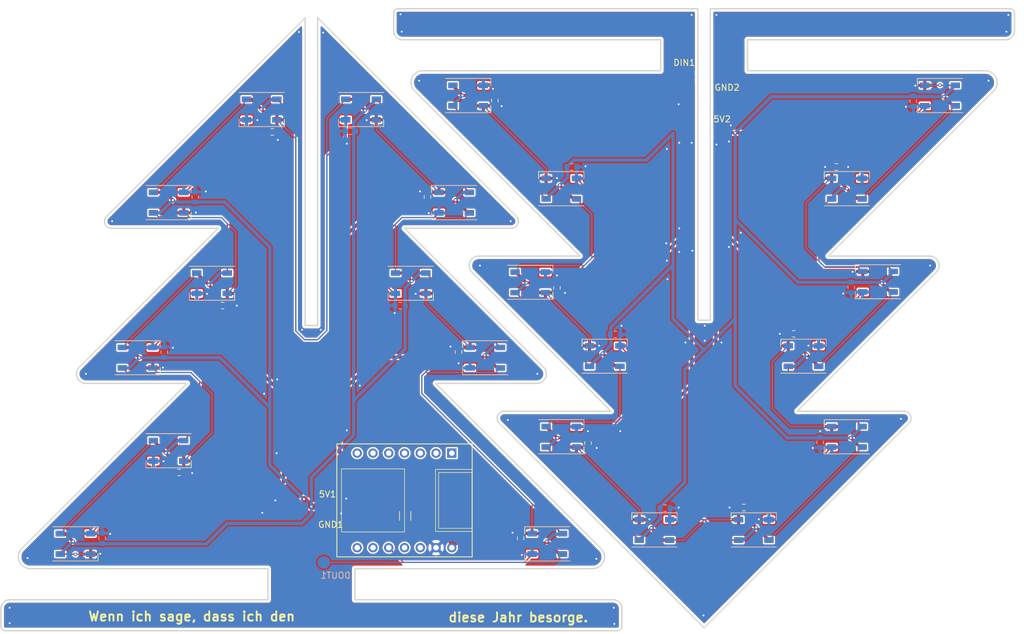
<source format=kicad_pcb>
(kicad_pcb (version 20240108) (generator "pcbnew") (generator_version "8.0")
  (layers (0 "F.Cu" signal) (31 "B.Cu" signal) (34 "B.Paste" user) (35 "F.Paste" user) (36 "B.SilkS" user "B.Silkscreen") (37 "F.SilkS" user "F.Silkscreen") (38 "B.Mask" user) (39 "F.Mask" user) (44 "Edge.Cuts" user))
  (net 0 "")
  (net 1 "GND")
  (net 2 "5V")
  (net 3 "Net-(D101-DOUT)")
  (net 4 "Net-(D101-DIN)")
  (net 5 "Net-(D104-DOUT)")
  (net 6 "Net-(D105-DOUT)")
  (net 7 "Net-(D106-DOUT)")
  (net 8 "Net-(D107-DOUT)")
  (net 9 "Net-(D108-DOUT)")
  (net 10 "Net-(D109-DOUT)")
  (net 11 "Net-(D110-DOUT)")
  (net 12 "Net-(D111-DOUT)")
  (net 13 "Net-(D112-DOUT)")
  (net 14 "Net-(D113-DOUT)")
  (net 15 "Net-(D114-DOUT)")
  (net 16 "Net-(D115-DOUT)")
  (net 17 "Net-(D116-DOUT)")
  (net 18 "Net-(D117-DOUT)")
  (net 19 "Net-(D118-DOUT)")
  (net 20 "Net-(D119-DOUT)")
  (net 21 "Net-(D120-DOUT)")
  (net 22 "Net-(D121-DOUT)")
  (net 23 "Net-(D122-DOUT)")
  (net 24 "Net-(D124-DOUT)")
  (net 25 "Net-(D102-DOUT)")
  (net 26 "Net-(D125-DOUT)")
  (net 27 "Net-(D127-DOUT)")
  (net 28 "Net-(D129-DOUT)")
  (net 29 "Net-(D131-DOUT)")
  (net 30 "Net-(D133-DOUT)")
  (net 31 "Net-(D135-DOUT)")
  (net 32 "Net-(D137-DOUT)")
  (net 33 "Net-(D139-DOUT)")
  (net 34 "Net-(D141-DOUT)")
  (net 35 "Net-(D143-DOUT)")
  (net 36 "Net-(D145-DOUT)")
  (net 37 "Net-(D123-DIN)")
  (net 49 "Net-(D103-DOUT)")
  (net 50 "Net-(D126-DOUT)")
  (net 51 "Net-(D128-DOUT)")
  (net 52 "Net-(D130-DOUT)")
  (net 53 "Net-(D132-DOUT)")
  (net 54 "Net-(D134-DOUT)")
  (net 55 "Net-(D136-DOUT)")
  (net 56 "Net-(D138-DOUT)")
  (net 57 "Net-(D140-DOUT)")
  (net 58 "Net-(D142-DOUT)")
  (net 59 "Net-(D144-DOUT)")
  (net 60 "Net-(D123-DOUT)")
  (footprint "0_lpt_misc:TestPad_2.0mm" (layer "F.Cu") (at 166.3 80.197299 180)
    (property "Reference" "5V2")
    (property "Value" "2.0mm" (hide yes))
  )
  (footprint "Resistor_SMD:R_0603_1608Metric" (layer "F.Cu") (at 119.25 90.55 -90)
    (property "Reference" "C104" (hide yes))
    (property "Value" "100n X7R 50V")
  )
  (footprint "LED_SMD:LED_WS2812B_PLCC4_5.0x5.0mm_P3.2mm" (layer "F.Cu") (at 201.8 74.2 180)
    (property "Reference" "D134" (hide yes))
    (property "Value" "WS2812B")
  )
  (footprint "Resistor_SMD:R_0603_1608Metric" (layer "F.Cu") (at 86.25 108.05 180)
    (property "Reference" "C108" (hide yes))
    (property "Value" "100n X7R 50V")
  )
  (footprint "Capacitor_SMD:C_1206_3216Metric_Pad1.33x1.80mm_HandSolder" (layer "F.Cu") (at 115.65 141.95 -90)
    (property "Reference" "C124" (hide yes))
    (property "Value" "C_1206")
  )
  (footprint "LED_SMD:LED_WS2812B_PLCC4_5.0x5.0mm_P3.2mm" (layer "F.Cu") (at 128.55 116.45 180)
    (property "Reference" "D102" (hide yes))
    (property "Value" "WS2812B")
  )
  (footprint "LED_SMD:LED_WS2812B_PLCC4_5.0x5.0mm_P3.2mm" (layer "F.Cu") (at 191.8 104.2 180)
    (property "Reference" "D132" (hide yes))
    (property "Value" "WS2812B")
  )
  (footprint "LED_SMD:LED_WS2812B_PLCC4_5.0x5.0mm_P3.2mm" (layer "F.Cu") (at 147.8 116.2 180)
    (property "Reference" "D126" (hide yes))
    (property "Value" "WS2812B")
  )
  (footprint "LED_SMD:LED_WS2812B_PLCC4_5.0x5.0mm_P3.2mm" (layer "F.Cu") (at 116.55 104.45)
    (property "Reference" "D103" (hide yes))
    (property "Value" "WS2812B")
  )
  (footprint "LED_SMD:LED_WS2812B_PLCC4_5.0x5.0mm_P3.2mm" (layer "F.Cu") (at 179.8 116.2 180)
    (property "Reference" "D131" (hide yes))
    (property "Value" "WS2812B")
  )
  (footprint "LED_SMD:LED_WS2812B_PLCC4_5.0x5.0mm_P3.2mm" (layer "F.Cu") (at 62.55 146.45)
    (property "Reference" "D111" (hide yes))
    (property "Value" "WS2812B")
  )
  (footprint "LED_SMD:LED_WS2812B_PLCC4_5.0x5.0mm_P3.2mm" (layer "F.Cu") (at 72.55 116.45)
    (property "Reference" "D109" (hide yes))
    (property "Value" "WS2812B")
  )
  (footprint "LED_SMD:LED_WS2812B_PLCC4_5.0x5.0mm_P3.2mm" (layer "F.Cu") (at 123.55 91.45 180)
    (property "Reference" "D104" (hide yes))
    (property "Value" "WS2812B")
  )
  (footprint "Resistor_SMD:R_0603_1608Metric" (layer "F.Cu") (at 94.25 80.05 180)
    (property "Reference" "C106" (hide yes))
    (property "Value" "100n X7R 50V")
  )
  (footprint "LED_SMD:LED_WS2812B_PLCC4_5.0x5.0mm_P3.2mm" (layer "F.Cu") (at 171.8 144.2 180)
    (property "Reference" "D129" (hide yes))
    (property "Value" "WS2812B")
  )
  (footprint "0_lpt_misc:TestPad_2.0mm" (layer "F.Cu") (at 102.55 140.45)
    (property "Reference" "5V1")
    (property "Value" "2.0mm" (hide yes))
  )
  (footprint "LED_SMD:LED_WS2812B_PLCC4_5.0x5.0mm_P3.2mm" (layer "F.Cu") (at 135.8 104.3)
    (property "Reference" "D125" (hide yes))
    (property "Value" "WS2812B")
  )
  (footprint "LED_SMD:LED_WS2812B_PLCC4_5.0x5.0mm_P3.2mm" (layer "F.Cu") (at 186.8 129.2 180)
    (property "Reference" "D130" (hide yes))
    (property "Value" "WS2812B")
  )
  (footprint "LED_SMD:LED_WS2812B_PLCC4_5.0x5.0mm_P3.2mm" (layer "F.Cu") (at 77.55 91.45)
    (property "Reference" "D107" (hide yes))
    (property "Value" "WS2812B")
  )
  (footprint "Resistor_SMD:R_0603_1608Metric" (layer "F.Cu") (at 145.1 130.2 90)
    (property "Reference" "C116" (hide yes))
    (property "Value" "100n X7R 50V")
  )
  (footprint "Resistor_SMD:R_0603_1608Metric" (layer "F.Cu") (at 130.1 75 90)
    (property "Reference" "C112" (hide yes))
    (property "Value" "100n X7R 50V")
  )
  (footprint "LED_SMD:LED_WS2812B_PLCC4_5.0x5.0mm_P3.2mm" (layer "F.Cu") (at 140.8 129.2)
    (property "Reference" "D127" (hide yes))
    (property "Value" "WS2812B")
  )
  (footprint "Resistor_SMD:R_0603_1608Metric" (layer "F.Cu") (at 134.25 145.55 -90)
    (property "Reference" "C101" (hide yes))
    (property "Value" "100n X7R 50V")
  )
  (footprint "LED_SMD:LED_WS2812B_PLCC4_5.0x5.0mm_P3.2mm" (layer "F.Cu") (at 186.8 89.2 180)
    (property "Reference" "D133" (hide yes))
    (property "Value" "WS2812B")
  )
  (footprint "0_lpt_misc:TestPad_2.0mm" (layer "F.Cu") (at 161.3 71.197299 180)
    (property "Reference" "DIN1")
    (property "Value" "2.0mm" (hide yes))
  )
  (footprint "LED_SMD:LED_WS2812B_PLCC4_5.0x5.0mm_P3.2mm" (layer "F.Cu") (at 84.55 104.45)
    (property "Reference" "D108" (hide yes))
    (property "Value" "WS2812B")
  )
  (footprint "LED_SMD:LED_WS2812B_PLCC4_5.0x5.0mm_P3.2mm" (layer "F.Cu") (at 140.8 89.2 180)
    (property "Reference" "D124" (hide yes))
    (property "Value" "WS2812B")
  )
  (footprint "Resistor_SMD:R_0603_1608Metric" (layer "F.Cu") (at 178.2 112.6)
    (property "Reference" "C120" (hide yes))
    (property "Value" "100n X7R 50V")
  )
  (footprint "0_lpt_misc:TestPad_2.0mm" (layer "F.Cu") (at 166.3 75.197299 180)
    (property "Reference" "GND2")
    (property "Value" "2.0mm" (hide yes))
  )
  (footprint "LED_SMD:LED_WS2812B_PLCC4_5.0x5.0mm_P3.2mm" (layer "F.Cu") (at 125.8 74.2)
    (property "Reference" "D123" (hide yes))
    (property "Value" "WS2812B")
  )
  (footprint "0_lpt_misc:TestPad_2.0mm" (layer "F.Cu") (at 102.55 145.45)
    (property "Reference" "GND1")
    (property "Value" "2.0mm" (hide yes))
  )
  (footprint "Resistor_SMD:R_0603_1608Metric" (layer "F.Cu") (at 185.1 85.7)
    (property "Reference" "C122" (hide yes))
    (property "Value" "100n X7R 50V")
  )
  (footprint "LED_SMD:LED_WS2812B_PLCC4_5.0x5.0mm_P3.2mm" (layer "F.Cu") (at 77.55 131.45)
    (property "Reference" "D110" (hide yes))
    (property "Value" "WS2812B")
  )
  (footprint "LED_SMD:LED_WS2812B_PLCC4_5.0x5.0mm_P3.2mm" (layer "F.Cu") (at 138.55 146.45 180)
    (property "Reference" "D101" (hide yes))
    (property "Value" "WS2812B")
  )
  (footprint "0_lpt_module:Seeeduino-XIAO-ESP32C6" (layer "F.Cu") (at 115.55 139.45 180)
    (property "Reference" "U101" (hide yes))
    (property "Value" "Seeeduino-XIAO-ESP32C6")
  )
  (footprint "LED_SMD:LED_WS2812B_PLCC4_5.0x5.0mm_P3.2mm" (layer "F.Cu") (at 155.8 144.2 180)
    (property "Reference" "D128" (hide yes))
    (property "Value" "WS2812B")
  )
  (footprint "LED_SMD:LED_WS2812B_PLCC4_5.0x5.0mm_P3.2mm" (layer "F.Cu") (at 108.55 76.45)
    (property "Reference" "D105" (hide yes))
    (property "Value" "WS2812B")
  )
  (footprint "Resistor_SMD:R_0603_1608Metric" (layer "F.Cu") (at 140.1 105.2 90)
    (property "Reference" "C114" (hide yes))
    (property "Value" "100n X7R 50V")
  )
  (footprint "Resistor_SMD:R_0603_1608Metric" (layer "F.Cu") (at 79.25 134.95 180)
    (property "Reference" "C110" (hide yes))
    (property "Value" "100n X7R 50V")
  )
  (footprint "Resistor_SMD:R_0603_1608Metric" (layer "F.Cu") (at 170.2 140.6)
    (property "Reference" "C118" (hide yes))
    (property "Value" "100n X7R 50V")
  )
  (footprint "LED_SMD:LED_WS2812B_PLCC4_5.0x5.0mm_P3.2mm" (layer "F.Cu") (at 92.55 76.45)
    (property "Reference" "D106" (hide yes))
    (property "Value" "WS2812B")
  )
  (footprint "Resistor_SMD:R_0603_1608Metric" (layer "F.Cu") (at 124.25 115.55 -90)
    (property "Reference" "C102" (hide yes))
    (property "Value" "100n X7R 50V")
  )
  (footprint "LED_SMD:LED_WS2812B_PLCC4_5.0x5.0mm_P3.2mm" (layer "B.Cu") (at 201.8 74.2 180)
    (property "Reference" "D135" (hide yes))
    (property "Value" "WS2812B")
  )
  (footprint "LED_SMD:LED_WS2812B_PLCC4_5.0x5.0mm_P3.2mm" (layer "B.Cu") (at 72.55 116.45)
    (property "Reference" "D114" (hide yes))
    (property "Value" "WS2812B")
  )
  (footprint "LED_SMD:LED_WS2812B_PLCC4_5.0x5.0mm_P3.2mm" (layer "B.Cu") (at 84.55 104.45 180)
    (property "Reference" "D115" (hide yes))
    (property "Value" "WS2812B")
  )
  (footprint "Resistor_SMD:R_0603_1608Metric" (layer "B.Cu") (at 76.85 115.55 -90)
    (property "Reference" "C109" (hide yes))
    (property "Value" "100n X7R 50V")
  )
  (footprint "LED_SMD:LED_WS2812B_PLCC4_5.0x5.0mm_P3.2mm" (layer "B.Cu") (at 155.8 144.2)
    (property "Reference" "D141" (hide yes))
    (property "Value" "WS2812B")
  )
  (footprint "LED_SMD:LED_WS2812B_PLCC4_5.0x5.0mm_P3.2mm" (layer "B.Cu") (at 123.55 91.45 180)
    (property "Reference" "D119" (hide yes))
    (property "Value" "WS2812B")
  )
  (footprint "LED_SMD:LED_WS2812B_PLCC4_5.0x5.0mm_P3.2mm" (layer "B.Cu") (at 125.8 74.2)
    (property "Reference" "D146" (hide yes))
    (property "Value" "WS2812B")
  )
  (footprint "LED_SMD:LED_WS2812B_PLCC4_5.0x5.0mm_P3.2mm" (layer "B.Cu") (at 92.55 76.45 180)
    (property "Reference" "D117" (hide yes))
    (property "Value" "WS2812B")
  )
  (footprint "Resistor_SMD:R_0603_1608Metric" (layer "B.Cu") (at 81.85 90.55 -90)
    (property "Reference" "C107" (hide yes))
    (property "Value" "100n X7R 50V")
  )
  (footprint "LED_SMD:LED_WS2812B_PLCC4_5.0x5.0mm_P3.2mm" (layer "B.Cu") (at 135.8 104.3)
    (property "Reference" "D144" (hide yes))
    (property "Value" "WS2812B")
  )
  (footprint "LED_SMD:LED_WS2812B_PLCC4_5.0x5.0mm_P3.2mm" (layer "B.Cu") (at 171.8 144.2)
    (property "Reference" "D140" (hide yes))
    (property "Value" "WS2812B")
  )
  (footprint "LED_SMD:LED_WS2812B_PLCC4_5.0x5.0mm_P3.2mm" (layer "B.Cu") (at 140.8 89.2)
    (property "Reference" "D145" (hide yes))
    (property "Value" "WS2812B")
  )
  (footprint "Resistor_SMD:R_0603_1608Metric" (layer "B.Cu") (at 66.85 145.55 -90)
    (property "Reference" "C111" (hide yes))
    (property "Value" "100n X7R 50V")
  )
  (footprint "LED_SMD:LED_WS2812B_PLCC4_5.0x5.0mm_P3.2mm" (layer "B.Cu") (at 116.55 104.45 180)
    (property "Reference" "D120" (hide yes))
    (property "Value" "WS2812B")
  )
  (footprint "LED_SMD:LED_WS2812B_PLCC4_5.0x5.0mm_P3.2mm" (layer "B.Cu") (at 191.8 104.2 180)
    (property "Reference" "D137" (hide yes))
    (property "Value" "WS2812B")
  )
  (footprint "Resistor_SMD:R_0603_1608Metric" (layer "B.Cu") (at 106.85 79.95)
    (property "Reference" "C105" (hide yes))
    (property "Value" "100n X7R 50V")
  )
  (footprint "LED_SMD:LED_WS2812B_PLCC4_5.0x5.0mm_P3.2mm" (layer "B.Cu") (at 77.55 91.45)
    (property "Reference" "D116" (hide yes))
    (property "Value" "WS2812B")
  )
  (footprint "LED_SMD:LED_WS2812B_PLCC4_5.0x5.0mm_P3.2mm" (layer "B.Cu") (at 108.55 76.45 180)
    (property "Reference" "D118" (hide yes))
    (property "Value" "WS2812B")
  )
  (footprint "LED_SMD:LED_WS2812B_PLCC4_5.0x5.0mm_P3.2mm" (layer "B.Cu") (at 128.55 116.45 180)
    (property "Reference" "D121" (hide yes))
    (property "Value" "WS2812B")
  )
  (footprint "LED_SMD:LED_WS2812B_PLCC4_5.0x5.0mm_P3.2mm" (layer "B.Cu") (at 179.8 116.2)
    (property "Reference" "D138" (hide yes))
    (property "Value" "WS2812B")
  )
  (footprint "LED_SMD:LED_WS2812B_PLCC4_5.0x5.0mm_P3.2mm" (layer "B.Cu") (at 62.55 146.45)
    (property "Reference" "D112" (hide yes))
    (property "Value" "WS2812B")
  )
  (footprint "0_lpt_misc:TestPad_2.0mm" (layer "B.Cu") (at 102.55 149.45 180)
    (property "Reference" "DOUT1")
    (property "Value" "2.0mm" (hide yes))
  )
  (footprint "LED_SMD:LED_WS2812B_PLCC4_5.0x5.0mm_P3.2mm" (layer "B.Cu") (at 147.8 116.2)
    (property "Reference" "D143" (hide yes))
    (property "Value" "WS2812B")
  )
  (footprint "Resistor_SMD:R_0603_1608Metric" (layer "B.Cu") (at 149.5 112.7 180)
    (property "Reference" "C115" (hide yes))
    (property "Value" "100n X7R 50V")
  )
  (footprint "LED_SMD:LED_WS2812B_PLCC4_5.0x5.0mm_P3.2mm" (layer "B.Cu") (at 140.8 129.2)
    (property "Reference" "D142" (hide yes))
    (property "Value" "WS2812B")
  )
  (footprint "LED_SMD:LED_WS2812B_PLCC4_5.0x5.0mm_P3.2mm" (layer "B.Cu") (at 138.55 146.45 180)
    (property "Reference" "D122" (hide yes))
    (property "Value" "WS2812B")
  )
  (footprint "Resistor_SMD:R_0603_1608Metric" (layer "B.Cu") (at 114.85 108.05)
    (property "Reference" "C103" (hide yes))
    (property "Value" "100n X7R 50V")
  )
  (footprint "Resistor_SMD:R_0603_1608Metric" (layer "B.Cu") (at 187.5 105.1 90)
    (property "Reference" "C121" (hide yes))
    (property "Value" "100n X7R 50V")
  )
  (footprint "LED_SMD:LED_WS2812B_PLCC4_5.0x5.0mm_P3.2mm" (layer "B.Cu") (at 186.8 89.2)
    (property "Reference" "D136" (hide yes))
    (property "Value" "WS2812B")
  )
  (footprint "Resistor_SMD:R_0603_1608Metric" (layer "B.Cu") (at 157.5 140.7 180)
    (property "Reference" "C117" (hide yes))
    (property "Value" "100n X7R 50V")
  )
  (footprint "Resistor_SMD:R_0603_1608Metric" (layer "B.Cu") (at 142.5 85.7 180)
    (property "Reference" "C113" (hide yes))
    (property "Value" "100n X7R 50V")
  )
  (footprint "LED_SMD:LED_WS2812B_PLCC4_5.0x5.0mm_P3.2mm" (layer "B.Cu") (at 186.8 129.2 180)
    (property "Reference" "D139" (hide yes))
    (property "Value" "WS2812B")
  )
  (footprint "Resistor_SMD:R_0603_1608Metric" (layer "B.Cu") (at 197.5 75.1 90)
    (property "Reference" "C123" (hide yes))
    (property "Value" "100n X7R 50V")
  )
  (footprint "LED_SMD:LED_WS2812B_PLCC4_5.0x5.0mm_P3.2mm" (layer "B.Cu") (at 77.55 131.45 180)
    (property "Reference" "D113" (hide yes))
    (property "Value" "WS2812B")
  )
  (footprint "Resistor_SMD:R_0603_1608Metric" (layer "B.Cu") (at 182.5 130.1 90)
    (property "Reference" "C119" (hide yes))
    (property "Value" "100n X7R 50V")
  )
  (gr_line (start 147.198539 147.211533) (end 120.57929 120.592284) (stroke (width 0.2)) (layer "Edge.Cuts"))
  (gr_line (start 183.824254 100.062752) (end 210.443503 73.443503) (stroke (width 0.2)) (layer "Edge.Cuts"))
  (gr_line (start 99.55 111.25) (end 101.55 111.25) (stroke (width 0.2)) (layer "Edge.Cuts"))
  (gr_line (start 53.911605 147.206497) (end 80.525746 120.592356) (stroke (width 0.2)) (layer "Edge.Cuts"))
  (gr_line (start 113.8 63.8) (end 113.8 60.9) (stroke (width 0.2)) (layer "Edge.Cuts"))
  (gr_arc (start 68.35 95.590507) (mid 67.305652 94.892636) (end 67.550662 93.660734) (stroke (width 0.2)) (layer "Edge.Cuts"))
  (gr_arc (start 115.2 65.2) (mid 114.210051 64.789949) (end 113.8 63.8) (stroke (width 0.2)) (layer "Edge.Cuts"))
  (gr_line (start 170.8 70.2) (end 209.1 70.2) (stroke (width 0.2)) (layer "Edge.Cuts"))
  (gr_line (start 126.413002 102.686998) (end 148.8 125.073996) (stroke (width 0.2)) (layer "Edge.Cuts"))
  (gr_arc (start 147.198539 147.211533) (mid 147.610368 149.282105) (end 145.855036 150.455036) (stroke (width 0.2)) (layer "Edge.Cuts"))
  (gr_arc (start 51.255036 160.455036) (mid 50.760025 160.250026) (end 50.555036 159.755036) (stroke (width 0.2)) (layer "Edge.Cuts"))
  (gr_arc (start 213.1 60.2) (mid 213.594975 60.405025) (end 213.8 60.9) (stroke (width 0.2)) (layer "Edge.Cuts"))
  (gr_line (start 143.775746 100.062752) (end 127.5 100.062752) (stroke (width 0.2)) (layer "Edge.Cuts"))
  (gr_line (start 162.8 60.2) (end 162.8 110.4) (stroke (width 0.2)) (layer "Edge.Cuts"))
  (gr_line (start 93.555036 155.455036) (end 93.555036 150.455036) (stroke (width 0.2)) (layer "Edge.Cuts"))
  (gr_arc (start 196 125.069565) (mid 197.044386 125.767401) (end 196.799338 126.999338) (stroke (width 0.2)) (layer "Edge.Cuts"))
  (gr_line (start 55.255144 150.45) (end 93.555036 150.45) (stroke (width 0.2)) (layer "Edge.Cuts"))
  (gr_line (start 150.555036 159.355036) (end 150.555036 156.855036) (stroke (width 0.2)) (layer "Edge.Cuts"))
  (gr_arc (start 126.413002 102.686998) (mid 126.079769 101.011721) (end 127.5 100.062752) (stroke (width 0.2)) (layer "Edge.Cuts"))
  (gr_line (start 163.801324 160) (end 130.800662 126.999338) (stroke (width 0.2)) (layer "Edge.Cuts"))
  (gr_arc (start 149.155036 155.455036) (mid 150.14492 155.865131) (end 150.555036 156.855036) (stroke (width 0.2)) (layer "Edge.Cuts"))
  (gr_line (start 51.555036 160.455036) (end 99.655036 160.455036) (stroke (width 0.2)) (layer "Edge.Cuts"))
  (gr_line (start 162.8 110.4) (end 164.8 110.4) (stroke (width 0.2)) (layer "Edge.Cuts"))
  (gr_line (start 114.8 60.2) (end 162.8 60.2) (stroke (width 0.2)) (layer "Edge.Cuts"))
  (gr_line (start 170.8 65.2) (end 170.8 70.2) (stroke (width 0.2)) (layer "Edge.Cuts"))
  (gr_line (start 149.155036 155.455036) (end 107.555036 155.455036) (stroke (width 0.2)) (layer "Edge.Cuts"))
  (gr_arc (start 50.555036 156.855036) (mid 50.965105 155.865105) (end 51.955036 155.455036) (stroke (width 0.2)) (layer "Edge.Cuts"))
  (gr_arc (start 150.555036 159.755036) (mid 150.35 160.25) (end 149.855036 160.455036) (stroke (width 0.2)) (layer "Edge.Cuts"))
  (gr_line (start 115.2 65.2) (end 156.8 65.2) (stroke (width 0.2)) (layer "Edge.Cuts"))
  (gr_arc (start 137.942034 117.968038) (mid 138.275228 119.643286) (end 136.855036 120.592284) (stroke (width 0.2)) (layer "Edge.Cuts"))
  (gr_line (start 163.801324 160) (end 196.801986 126.999338) (stroke (width 0.2)) (layer "Edge.Cuts"))
  (gr_line (start 150.555036 159.755036) (end 150.555036 159.355036) (stroke (width 0.2)) (layer "Edge.Cuts"))
  (gr_line (start 50.555036 159.355036) (end 50.555036 156.855036) (stroke (width 0.2)) (layer "Edge.Cuts"))
  (gr_line (start 164.8 60.2) (end 213.1 60.2) (stroke (width 0.2)) (layer "Edge.Cuts"))
  (gr_arc (start 209.1 70.2) (mid 210.855371 71.372901) (end 210.443503 73.443503) (stroke (width 0.2)) (layer "Edge.Cuts"))
  (gr_arc (start 133.554374 93.655698) (mid 133.799383 94.887605) (end 132.755036 95.585471) (stroke (width 0.2)) (layer "Edge.Cuts"))
  (gr_line (start 101.55 61.65) (end 133.555698 93.655698) (stroke (width 0.2)) (layer "Edge.Cuts"))
  (gr_line (start 156.8 65.2) (end 156.8 70.2) (stroke (width 0.2)) (layer "Edge.Cuts"))
  (gr_line (start 213.8 61.3) (end 213.8 63.8) (stroke (width 0.2)) (layer "Edge.Cuts"))
  (gr_line (start 115.555036 95.58104) (end 137.942034 117.968038) (stroke (width 0.2)) (layer "Edge.Cuts"))
  (gr_line (start 99.555036 61.655036) (end 67.549338 93.660734) (stroke (width 0.2)) (layer "Edge.Cuts"))
  (gr_line (start 101.55 110.45) (end 101.55 111.25) (stroke (width 0.2)) (layer "Edge.Cuts"))
  (gr_line (start 101.55 110.45) (end 101.55 61.65) (stroke (width 0.2)) (layer "Edge.Cuts"))
  (gr_arc (start 64.25 120.59732) (mid 62.829806 119.648317) (end 63.163002 117.973074) (stroke (width 0.2)) (layer "Edge.Cuts"))
  (gr_arc (start 130.800662 126.999338) (mid 130.555615 125.767401) (end 131.6 125.069565) (stroke (width 0.2)) (layer "Edge.Cuts"))
  (gr_line (start 80.525746 120.59732) (end 64.25 120.59732) (stroke (width 0.2)) (layer "Edge.Cuts"))
  (gr_line (start 107.555036 150.455036) (end 145.855036 150.455036) (stroke (width 0.2)) (layer "Edge.Cuts"))
  (gr_arc (start 213.8 63.8) (mid 213.38992 64.78992) (end 212.4 65.2) (stroke (width 0.2)) (layer "Edge.Cuts"))
  (gr_line (start 85.55 95.586076) (end 63.163002 117.973074) (stroke (width 0.2)) (layer "Edge.Cuts"))
  (gr_line (start 183.824254 100.062752) (end 200.1 100.062752) (stroke (width 0.2)) (layer "Edge.Cuts"))
  (gr_arc (start 117.156497 73.443503) (mid 116.744629 71.372901) (end 118.5 70.2) (stroke (width 0.2)) (layer "Edge.Cuts"))
  (gr_line (start 149.85 160.455036) (end 99.65 160.455036) (stroke (width 0.2)) (layer "Edge.Cuts"))
  (gr_line (start 156.8 70.2) (end 118.5 70.2) (stroke (width 0.2)) (layer "Edge.Cuts"))
  (gr_line (start 131.6 125.069565) (end 148.8 125.069565) (stroke (width 0.2)) (layer "Edge.Cuts"))
  (gr_line (start 213.8 60.9) (end 213.8 61.3) (stroke (width 0.2)) (layer "Edge.Cuts"))
  (gr_arc (start 55.255144 150.45) (mid 53.499736 149.277116) (end 53.911605 147.206497) (stroke (width 0.2)) (layer "Edge.Cuts"))
  (gr_line (start 51.255036 160.455036) (end 51.555036 160.455036) (stroke (width 0.2)) (layer "Edge.Cuts"))
  (gr_line (start 164.8 60.2) (end 164.8 110.4) (stroke (width 0.2)) (layer "Edge.Cuts"))
  (gr_line (start 99.55 110.45) (end 99.55 111.25) (stroke (width 0.2)) (layer "Edge.Cuts"))
  (gr_line (start 51.955036 155.455036) (end 93.555036 155.455036) (stroke (width 0.2)) (layer "Edge.Cuts"))
  (gr_line (start 120.57929 120.592284) (end 136.855036 120.592284) (stroke (width 0.2)) (layer "Edge.Cuts"))
  (gr_line (start 201.186998 102.686998) (end 178.8 125.073996) (stroke (width 0.2)) (layer "Edge.Cuts"))
  (gr_line (start 107.555036 155.455036) (end 107.555036 150.455036) (stroke (width 0.2)) (layer "Edge.Cuts"))
  (gr_arc (start 113.8 60.9) (mid 114.005025 60.405025) (end 114.5 60.2) (stroke (width 0.2)) (layer "Edge.Cuts"))
  (gr_line (start 50.555036 159.755036) (end 50.555036 159.355036) (stroke (width 0.2)) (layer "Edge.Cuts"))
  (gr_arc (start 200.1 100.062752) (mid 201.520232 101.011721) (end 201.186998 102.686998) (stroke (width 0.2)) (layer "Edge.Cuts"))
  (gr_line (start 99.55 110.45) (end 99.55 61.661396) (stroke (width 0.2)) (layer "Edge.Cuts"))
  (gr_line (start 85.55 95.586076) (end 68.35 95.586076) (stroke (width 0.2)) (layer "Edge.Cuts"))
  (gr_line (start 114.5 60.2) (end 114.8 60.2) (stroke (width 0.2)) (layer "Edge.Cuts"))
  (gr_line (start 212.4 65.2) (end 170.8 65.2) (stroke (width 0.2)) (layer "Edge.Cuts"))
  (gr_line (start 115.555036 95.58104) (end 132.755036 95.58104) (stroke (width 0.2)) (layer "Edge.Cuts"))
  (gr_line (start 178.8 125.073996) (end 196 125.073996) (stroke (width 0.2)) (layer "Edge.Cuts"))
  (gr_line (start 117.156497 73.443503) (end 143.775746 100.062752) (stroke (width 0.2)) (layer "Edge.Cuts"))
  (gr_text_box " diese Jahr besorge." (start 120.2 156.3) (end 147 159.8) (layer "F.SilkS") (effects (font (size 1.5 1.5) (thickness 0.3) (bold yes)) (justify left top)) (border no))
  (gr_text_box "Wenn ich sage, dass ich den " (start 63.35 156.15) (end 111.15 159.65) (layer "F.SilkS") (effects (font (size 1.5 1.5) (thickness 0.3) (bold yes)) (justify left top)) (border no))
  (via (at 95.05 119.95) (size 0.6) (drill 0.3) (layers "F.Cu" "B.Cu") (net 1))
  (via (at 155 142.5) (size 0.6) (drill 0.3) (layers "F.Cu" "B.Cu") (net 1))
  (via (at 200.2 101.6) (size 0.6) (drill 0.3) (layers "F.Cu" "B.Cu") (net 1))
  (via (at 95.15 81.35) (size 0.6) (drill 0.3) (layers "F.Cu" "B.Cu") (net 1))
  (via (at 94.95 131.85) (size 0.6) (drill 0.3) (layers "F.Cu" "B.Cu") (net 1))
  (via (at 146.9 114.5) (size 0.6) (drill 0.3) (layers "F.Cu" "B.Cu") (net 1))
  (via (at 149.35 159.35) (size 0.6) (drill 0.3) (layers "F.Cu" "B.Cu") (net 1))
  (via (at 102.45 64.05) (size 0.6) (drill 0.3) (layers "F.Cu" "B.Cu") (net 1))
  (via (at 182.5 128.3) (size 0.6) (drill 0.3) (layers "F.Cu" "B.Cu") (net 1))
  (via (at 113.95 109.25) (size 0.6) (drill 0.3) (layers "F.Cu" "B.Cu") (net 1))
  (via (at 54.85 148.75) (size 0.6) (drill 0.3) (layers "F.Cu" "B.Cu") (net 1))
  (via (at 181.3 131) (size 0.6) (drill 0.3) (layers "F.Cu" "B.Cu") (net 1))
  (via (at 180.6 114.5) (size 0.5) (drill 0.3) (layers "F.Cu" "B.Cu") (net 1))
  (via (at 51.95 159.25) (size 0.6) (drill 0.3) (layers "F.Cu" "B.Cu") (net 1))
  (via (at 159.8 81.8) (size 0.6) (drill 0.3) (layers "F.Cu" "B.Cu") (net 1))
  (via (at 106.15 139.15) (size 0.6) (drill 0.3) (layers "F.Cu" "B.Cu") (net 1))
  (via (at 146.45 148.85) (size 0.6) (drill 0.3) (layers "F.Cu" "B.Cu") (net 1))
  (via (at 187.7 102.6) (size 0.5) (drill 0.3) (layers "F.Cu" "B.Cu") (net 1))
  (via (at 144.7 85.6) (size 0.6) (drill 0.3) (layers "F.Cu" "B.Cu") (net 1))
  (via (at 163.9 111.3) (size 0.6) (drill 0.3) (layers "F.Cu" "B.Cu") (net 1))
  (via (at 129.8 73.1) (size 0.6) (drill 0.3) (layers "F.Cu" "B.Cu") (net 1))
  (via (at 157.8 82.8) (size 0.6) (drill 0.3) (layers "F.Cu" "B.Cu") (net 1))
  (via (at 68.15 144.85) (size 0.6) (drill 0.3) (layers "F.Cu" "B.Cu") (net 1))
  (via (at 167.8 81.6) (size 0.6) (drill 0.3) (layers "F.Cu" "B.Cu") (net 1))
  (via (at 183.3 85.7) (size 0.5) (drill 0.3) (layers "F.Cu" "B.Cu") (net 1))
  (via (at 141.4 106) (size 0.6) (drill 0.3) (layers "F.Cu" "B.Cu") (net 1))
  (via (at 81.95 93.05) (size 0.6) (drill 0.3) (layers "F.Cu" "B.Cu") (net 1))
  (via (at 114.9 61.1) (size 0.6) (drill 0.3) (layers "F.Cu" "B.Cu") (net 1))
  (via (at 108.35 120.95) (size 0.6) (drill 0.3) (layers "F.Cu" "B.Cu") (net 1))
  (via (at 197.8 72.6) (size 0.5) (drill 0.3) (layers "F.Cu" "B.Cu") (net 1))
  (via (at 159.8 95.6) (size 0.6) (drill 0.3) (layers "F.Cu" "B.Cu") (net 1))
  (via (at 68.45 94.45) (size 0.6) (drill 0.3) (layers "F.Cu" "B.Cu") (net 1))
  (via (at 195.5 126.3) (size 0.6) (drill 0.3) (layers "F.Cu" "B.Cu") (net 1))
  (via (at 134.45 148.25) (size 0.6) (drill 0.3) (layers "F.Cu" "B.Cu") (net 1))
  (via (at 169.7 96.3) (size 0.6) (drill 0.3) (layers "F.Cu" "B.Cu") (net 1))
  (via (at 102.05 111.95) (size 0.6) (drill 0.3) (layers "F.Cu" "B.Cu") (net 1))
  (via (at 119.45 93.15) (size 0.6) (drill 0.3) (layers "F.Cu" "B.Cu") (net 1))
  (via (at 176 112.6) (size 0.5) (drill 0.3) (layers "F.Cu" "B.Cu") (net 1))
  (via (at 64.25 119.05) (size 0.6) (drill 0.3) (layers "F.Cu" "B.Cu") (net 1))
  (via (at 209.6 71.8) (size 0.6) (drill 0.3) (layers "F.Cu" "B.Cu") (net 1))
  (via (at 118.05 89.65) (size 0.6) (drill 0.3) (layers "F.Cu" "B.Cu") (net 1))
  (via (at 81.35 135.05) (size 0.6) (drill 0.3) (layers "F.Cu" "B.Cu") (net 1))
  (via (at 105.35 141.55) (size 0.6) (drill 0.3) (layers "F.Cu" "B.Cu") (net 1))
  (via (at 88.55 108.05) (size 0.6) (drill 0.3) (layers "F.Cu" "B.Cu") (net 1))
  (via (at 132.2 126.5) (size 0.6) (drill 0.3) (layers "F.Cu" "B.Cu") (net 1))
  (via (at 117.9 71.8) (size 0.6) (drill 0.3) (layers "F.Cu" "B.Cu") (net 1))
  (via (at 166.6 114) (size 0.6) (drill 0.3) (layers "F.Cu" "B.Cu") (net 1))
  (via (at 157.7 98) (size 0.6) (drill 0.3) (layers "F.Cu" "B.Cu") (net 1))
  (via (at 136.95 119.05) (size 0.6) (drill 0.3) (layers "F.Cu" "B.Cu") (net 1))
  (via (at 66.55 148.05) (size 0.6) (drill 0.3) (layers "F.Cu" "B.Cu") (net 1))
  (via (at 117.35 106.15) (size 0.6) (drill 0.3) (layers "F.Cu" "B.Cu") (net 1))
  (via (at 51.95 156.75) (size 0.6) (drill 0.3) (layers "F.Cu" "B.Cu") (net 1))
  (via (at 186.2 106.1) (size 0.5) (drill 0.3) (layers "F.Cu" "B.Cu") (net 1))
  (via (at 106.25 81.95) (size 0.6) (drill 0.3) (layers "F.Cu" "B.Cu") (net 1))
  (via (at 165.8 61.2) (size 0.6) (drill 0.3) (layers "F.Cu" "B.Cu") (net 1))
  (via (at 92.65 141.45) (size 0.6) (drill 0.3) (layers "F.Cu" "B.Cu") (net 1))
  (via (at 146.5 131) (size 0.6) (drill 0.3) (layers "F.Cu" "B.Cu") (net 1))
  (via (at 161.8 61.2) (size 0.6) (drill 0.3) (layers "F.Cu" "B.Cu") (net 1))
  (via (at 76.65 118.05) (size 0.6) (drill 0.3) (layers "F.Cu" "B.Cu") (net 1))
  (via (at 124.25 117.35) (size 0.6) (drill 0.3) (layers "F.Cu" "B.Cu") (net 1))
  (via (at 159.7 75.6) (size 0.6) (drill 0.3) (layers "F.Cu" "B.Cu") (net 1))
  (via (at 78.25 114.85) (size 0.6) (drill 0.3) (layers "F.Cu" "B.Cu") (net 1))
  (via (at 98.55 63.95) (size 0.6) (drill 0.3) (layers "F.Cu" "B.Cu") (net 1))
  (via (at 172.6 142.5) (size 0.6) (drill 0.3) (layers "F.Cu" "B.Cu") (net 1))
  (via (at 76.75 133.15) (size 0.6) (drill 0.3) (layers "F.Cu" "B.Cu") (net 1))
  (via (at 94.75 139.45) (size 0.6) (drill 0.3) (layers "F.Cu" "B.Cu") (net 1))
  (via (at 161.9 99.2) (size 0.6) (drill 0.3) (layers "F.Cu" "B.Cu") (net 1))
  (via (at 168.1 79) (size 0.6) (drill 0.3) (layers "F.Cu" "B.Cu") (net 1))
  (via (at 161.8 81.8) (size 0.6) (drill 0.3) (layers "F.Cu" "B.Cu") (net 1))
  (via (at 212.5 63.9) (size 0.6) (drill 0.3) (layers "F.Cu" "B.Cu") (net 1))
  (via (at 145.1 128.3) (size 0.6) (drill 0.3) (layers "F.Cu" "B.Cu") (net 1))
  (via (at 127.7 101.6) (size 0.6) (drill 0.3) (layers "F.Cu" "B.Cu") (net 1))
  (via (at 163.7 158) (size 0.6) (drill 0.3) (layers "F.Cu" "B.Cu") (net 1))
  (via (at 83.55 89.65) (size 0.6) (drill 0.3) (layers "F.Cu" "B.Cu") (net 1))
  (via (at 140.1 103.2) (size 0.6) (drill 0.3) (layers "F.Cu" "B.Cu") (net 1))
  (via (at 159.7 140.6) (size 0.6) (drill 0.3) (layers "F.Cu" "B.Cu") (net 1))
  (via (at 109.45 78.15) (size 0.6) (drill 0.3) (layers "F.Cu" "B.Cu") (net 1))
  (via (at 163.9 113.7) (size 0.6) (drill 0.3) (layers "F.Cu" "B.Cu") (net 1))
  (via (at 167.8 98.6) (size 0.6) (drill 0.3) (layers "F.Cu" "B.Cu") (net 1))
  (via (at 83.75 106.15) (size 0.6) (drill 0.3) (layers "F.Cu" "B.Cu") (net 1))
  (via (at 187 85.7) (size 0.5) (drill 0.3) (layers "F.Cu" "B.Cu") (net 1))
  (via (at 132.95 144.65) (size 0.6) (drill 0.3) (layers "F.Cu" "B.Cu") (net 1))
  (via (at 157.8 100.8) (size 0.6) (drill 0.3) (layers "F.Cu" "B.Cu") (net 1))
  (via (at 212.8 61.2) (size 0.6) (drill 0.3) (layers "F.Cu" "B.Cu") (net 1))
  (via (at 99.05 111.95) (size 0.6) (drill 0.3) (layers "F.Cu" "B.Cu") (net 1))
  (via (at 150.3 128.3) (size 0.6) (drill 0.3) (layers "F.Cu" "B.Cu") (net 1))
  (via (at 140.1 87.5) (size 0.6) (drill 0.3) (layers "F.Cu" "B.Cu") (net 1))
  (via (at 131.2 75.9) (size 0.6) (drill 0.3) (layers "F.Cu" "B.Cu") (net 1))
  (via (at 106.25 128.15) (size 0.6) (drill 0.3) (layers "F.Cu" "B.Cu") (net 1))
  (via (at 122.95 114.65) (size 0.6) (drill 0.3) (layers "F.Cu" "B.Cu") (net 1))
  (via (at 149.25 156.75) (size 0.6) (drill 0.3) (layers "F.Cu" "B.Cu") (net 1))
  (via (at 196.3 76) (size 0.5) (drill 0.3) (layers "F.Cu" "B.Cu") (net 1))
  (via (at 92.95 122.25) (size 0.6) (drill 0.3) (layers "F.Cu" "B.Cu") (net 1))
  (via (at 132.65 94.45) (size 0.6) (drill 0.3) (layers "F.Cu" "B.Cu") (net 1))
  (via (at 115.1 63.9) (size 0.6) (drill 0.3) (layers "F.Cu" "B.Cu") (net 1))
  (via (at 157.9 103.8) (size 0.6) (drill 0.3) (layers "F.Cu" "B.Cu") (net 1))
  (via (at 160.8 114) (size 0.6) (drill 0.3) (layers "F.Cu" "B.Cu") (net 1))
  (via (at 165.8 82.1) (size 0.6) (drill 0.3) (layers "F.Cu" "B.Cu") (net 1))
  (via (at 91.85 78.15) (size 0.6) (drill 0.3) (layers "F.Cu" "B.Cu") (net 1))
  (via (at 159.8 99.4) (size 0.6) (drill 0.3) (layers "F.Cu" "B.Cu") (net 1))
  (via (at 167.9 140.6) (size 0.6) (drill 0.3) (layers "F.Cu" "B.Cu") (net 1))
  (via (at 150.5 111.3) (size 0.6) (drill 0.3) (layers "F.Cu" "B.Cu") (net 1))
  (segment (start 130.5 118.1) (end 128.45 116.05) (width 0.5) (layer "F.Cu") (net 2))
  (segment (start 128.45 116.05) (end 128.15 116.35) (width 0.5) (layer "F.Cu") (net 2))
  (segment (start 77.1 131.8) (end 78.325 133.025) (width 0.5) (layer "F.Cu") (net 2))
  (segment (start 172.2 143.8) (end 171 142.6) (width 0.5) (layer "F.Cu") (net 2))
  (segment (start 152.725 104.375) (end 160.8 96.3) (width 0.5) (layer "F.Cu") (net 2))
  (segment (start 85.45 111.85) (end 85.45 106.15) (width 0.5) (layer "F.Cu") (net 2))
  (segment (start 124.875 74.175) (end 123.35 72.65) (width 0.5) (layer "F.Cu") (net 2))
  (segment (start 171 142.6) (end 171 139.3) (width 0.5) (layer "F.Cu") (net 2))
  (segment (start 123.17 147.07) (end 123.17 145.67) (width 1) (layer "F.Cu") (net 2))
  (segment (start 133.35 102.55) (end 135.175 104.375) (width 0.5) (layer "F.Cu") (net 2))
  (segment (start 109.05 140.45) (end 110.1375 140.45) (width 0.5) (layer "F.Cu") (net 2))
  (segment (start 84.65 141.55) (end 91.05 141.55) (width 0.5) (layer "F.Cu") (net 2))
  (segment (start 111.05 116.35) (end 105.15 122.25) (width 0.5) (layer "F.Cu") (net 2))
  (segment (start 165.7 111.3) (end 164.8 112.2) (width 0.5) (layer "F.Cu") (net 2))
  (segment (start 96.05 89.55) (end 93.45 86.95) (width 0.5) (layer "F.Cu") (net 2))
  (segment (start 189.25 130.85) (end 188.9 130.85) (width 0.5) (layer "F.Cu") (net 2))
  (segment (start 96.05 122.45) (end 96.05 89.55) (width 0.5) (layer "F.Cu") (net 2))
  (segment (start 180.997299 80.197299) (end 185.9 85.1) (width 0.5) (layer "F.Cu") (net 2))
  (segment (start 60.9 144.8) (end 62.15 146.05) (width 0.5) (layer "F.Cu") (net 2))
  (segment (start 138.15 146.35) (end 125.75 146.35) (width 0.5) (layer "F.Cu") (net 2))
  (segment (start 70.1 114.8) (end 71.2 114.8) (width 0.5) (layer "F.Cu") (net 2))
  (segment (start 168.8 80.197299) (end 180.997299 80.197299) (width 0.5) (layer "F.Cu") (net 2))
  (segment (start 125.75 146.35) (end 125.45 146.05) (width 0.5) (layer "F.Cu") (net 2))
  (segment (start 166.3 80.197299) (end 166.8 80.697299) (width 0.5) (layer "F.Cu") (net 2))
  (segment (start 188.35 90.75) (end 189.15 90.75) (width 0.5) (layer "F.Cu") (net 2))
  (segment (start 203.9 75.85) (end 202.425 74.375) (width 0.5) (layer "F.Cu") (net 2))
  (segment (start 105.15 136.55) (end 109.05 140.45) (width 0.5) (layer "F.Cu") (net 2))
  (segment (start 153.225 129.375) (end 145.1 129.375) (width 0.5) (layer "F.Cu") (net 2))
  (segment (start 85.45 106.15) (end 84 104.7) (width 0.5) (layer "F.Cu") (net 2))
  (segment (start 75.1 129.8) (end 77.1 131.8) (width 0.5) (layer "F.Cu") (net 2))
  (segment (start 114.1 102.8) (end 115.4 102.8) (width 0.5) (layer "F.Cu") (net 2))
  (segment (start 166.3 80.197299) (end 168.8 80.197299) (width 0.5) (layer "F.Cu") (net 2))
  (segment (start 141 148.2) (end 140.6 148.2) (width 0.5) (layer "F.Cu") (net 2))
  (segment (start 84 104.7) (end 82.1 102.8) (width 0.5) (layer "F.Cu") (net 2))
  (segment (start 71.2 114.8) (end 72.85 116.45) (width 0.5) (layer "F.Cu") (net 2))
  (segment (start 164.8 112.2) (end 162.8 112.2) (width 0.5) (layer "F.Cu") (net 2))
  (segment (start 125.45 146.05) (end 124.19 146.05) (width 0.5) (layer "F.Cu") (net 2))
  (segment (start 186.8 89.2) (end 188.35 90.75) (width 0.5) (layer "F.Cu") (net 2))
  (segment (start 129.8 74.175) (end 124.875 74.175) (width 0.5) (layer "F.Cu") (net 2))
  (segment (start 185.9 85.1) (end 185.9 88.3) (width 0.5) (layer "F.Cu") (net 2))
  (segment (start 105.15 122.25) (end 105.15 136.55) (width 0.5) (layer "F.Cu") (net 2))
  (segment (start 102.55 140.45) (end 100.55 140.45) (width 1) (layer "F.Cu") (net 2))
  (segment (start 150.25 117.85) (end 149.55 117.85) (width 0.5) (layer "F.Cu") (net 2))
  (segment (start 165.7 111.3) (end 166.8 110.2) (width 0.5) (layer "F.Cu") (net 2))
  (segment (start 166.8 80.697299) (end 166.8 96) (width 0.5) (layer "F.Cu") (net 2))
  (segment (start 117.95 140.45) (end 110.1375 140.45) (width 1) (layer "F.Cu") (net 2))
  (segment (start 178.825 112.6) (end 178.825 108.025) (width 0.5) (layer "F.Cu") (net 2))
  (segment (start 160.8 110.2) (end 160.8 96.3) (width 0.5) (layer "F.Cu") (net 2))
  (segment (start 158.25 145.85) (end 157.25 145.85) (width 0.5) (layer "F.Cu") (net 2))
  (segment (start 142.75 90.85) (end 140.55 88.65) (width 0.5) (layer "F.Cu") (net 2))
  (segment (start 96.05 122.45) (end 85.45 111.85) (width 0.5) (layer "F.Cu") (net 2))
  (segment (start 178.825 108.025) (end 166.8 96) (width 0.5) (layer "F.Cu") (net 2))
  (segment (start 188.9 130.85) (end 187.425 129.375) (width 0.5) (layer "F.Cu") (net 2))
  (segment (start 107.4 74.8) (end 109.2 76.6) (width 0.5) (layer "F.Cu") (net 2))
  (segment (start 110.1375 140.45) (end 102.55 140.45) (width 1) (layer "F.Cu") (net 2))
  (segment (start 106.1 74.8) (end 107.4 74.8) (width 0.5) (layer "F.Cu") (net 2))
  (segment (start 157.25 145.85) (end 155.3 143.9) (width 0.5) (layer "F.Cu") (net 2))
  (segment (start 123.35 72.65) (end 123.35 72.55) (width 0.5) (layer "F.Cu") (net 2))
  (segment (start 131 118.1) (end 130.5 118.1) (width 0.5) (layer "F.Cu") (net 2))
  (segment (start 140.175 129.375) (end 138.35 127.55) (width 0.5) (layer "F.Cu") (net 2))
  (segment (start 129.825 74.2) (end 129.8 74.175) (width 0.5) (layer "F.Cu") (net 2))
  (segment (start 111.55 91.35) (end 105.15 97.75) (width 0.5) (layer "F.Cu") (net 2))
  (segment (start 102.55 140.45) (end 92.15 140.45) (width 0.5) (layer "F.Cu") (net 2))
  (segment (start 140.1 104.375) (end 152.725 104.375) (width 0.5) (layer "F.Cu") (net 2))
  (segment (start 160.8 74.2) (end 129.825 74.2) (width 0.5) (layer "F.Cu") (net 2))
  (segment (start 93.45 77.35) (end 92.5 76.4) (width 0.5) (layer "F.Cu") (net 2))
  (segment (start 90.9 74.8) (end 90.1 74.8) (width 0.5) (layer "F.Cu") (net 2))
  (segment (start 100.55 140.45) (end 99.35 139.25) (width 1) (layer "F.Cu") (net 2))
  (segment (start 143.25 90.85) (end 142.75 90.85) (width 0.5) (layer "F.Cu") (net 2))
  (segment (start 138.45 146.05) (end 138.15 146.35) (width 0.5) (layer "F.Cu") (net 2))
  (segment (start 93.45 86.95) (end 93.45 77.35) (width 0.5) (layer "F.Cu") (net 2))
  (segment (start 182.25 117.85) (end 180.35 115.95) (width 0.5) (layer "F.Cu") (net 2))
  (segment (start 161.8 111.2) (end 160.8 110.2) (width 0.5) (layer "F.Cu") (net 2))
  (segment (start 124.19 146.05) (end 123.17 147.07) (width 0.5) (layer "F.Cu") (net 2))
  (segment (start 185.9 88.3) (end 186.8 89.2) (width 0.5) (layer "F.Cu") (net 2))
  (segment (start 60.1 144.8) (end 60.9 144.8) (width 0.5) (layer "F.Cu") (net 2))
  (segment (start 128.15 116.35) (end 111.05 116.35) (width 0.5) (layer "F.Cu") (net 2))
  (segment (start 91.05 141.55) (end 92.15 140.45) (width 0.5) (layer "F.Cu") (net 2))
  (segment (start 123.75 91.05) (end 123.45 91.35) (width 0.5) (layer "F.Cu") (net 2))
  (segment (start 193.8 105.85) (end 192.425 104.475) (width 0.5) (layer "F.Cu") (net 2))
  (segment (start 96.05 136.55) (end 96.05 122.45) (width 0.5) (layer "F.Cu") (net 2))
  (segment (start 77 89.8) (end 78.25 91.05) (width 0.5) (layer "F.Cu") (net 2))
  (segment (start 174.25 145.85) (end 172.2 143.8) (width 0.5) (layer "F.Cu") (net 2))
  (segment (start 140.6 148.2) (end 138.45 146.05) (width 0.5) (layer "F.Cu") (net 2))
  (segment (start 165.7 134) (end 165.7 111.3) (width 0.5) (layer "F.Cu") (net 2))
  (segment (start 145.1 129.375) (end 140.175 129.375) (width 0.5) (layer "F.Cu") (net 2))
  (segment (start 125.8 93.1) (end 123.75 91.05) (width 0.5) (layer "F.Cu") (net 2))
  (segment (start 149.55 117.85) (end 147.45 115.75) (width 0.5) (layer "F.Cu") (net 2))
  (segment (start 115.4 102.8) (end 116.7 104.1) (width 0.5) (layer "F.Cu") (net 2))
  (segment (start 160.8 96.3) (end 160.8 74.2) (width 0.5) (layer "F.Cu") (net 2))
  (segment (start 75.3 89.8) (end 77 89.8) (width 0.5) (layer "F.Cu") (net 2))
  (segment (start 162.8 112.2) (end 161.8 111.2) (width 0.5) (layer "F.Cu") (net 2))
  (segment (start 123.45 91.35) (end 111.55 91.35) (width 0.5) (layer "F.Cu") (net 2))
  (segment (start 126 93.1) (end 125.8 93.1) (width 0.5) (layer "F.Cu") (net 2))
  (segment (start 194.25 105.85) (end 193.8 105.85) (width 0.5) (layer "F.Cu") (net 2))
  (segment (start 78.325 133.025) (end 78.325 135.225) (width 0.5) (layer "F.Cu") (net 2))
  (segment (start 166.8 110.2) (end 166.8 96) (width 0.5) (layer "F.Cu") (net 2))
  (segment (start 92.5 76.4) (end 90.9 74.8) (width 0.5) (layer "F.Cu") (net 2))
  (segment (start 78.325 135.225) (end 84.65 141.55) (width 0.5) (layer "F.Cu") (net 2))
  (segment (start 123.17 145.67) (end 117.95 140.45) (width 1) (layer "F.Cu") (net 2))
  (segment (start 92.15 140.45) (end 96.05 136.55) (width 0.5) (layer "F.Cu") (net 2))
  (segment (start 171 139.3) (end 165.7 134) (width 0.5) (layer "F.Cu") (net 2))
  (segment (start 105.15 97.75) (end 105.15 122.25) (width 0.5) (layer "F.Cu") (net 2))
  (segment (start 161.8 111.2) (end 161.8 120.8) (width 0.5) (layer "F.Cu") (net 2))
  (segment (start 178.825 114.425) (end 178.825 112.6) (width 0.5) (layer "F.Cu") (net 2))
  (segment (start 204.25 75.85) (end 203.9 75.85) (width 0.5) (layer "F.Cu") (net 2))
  (segment (start 180.35 115.95) (end 178.825 114.425) (width 0.5) (layer "F.Cu") (net 2))
  (segment (start 135.175 104.375) (end 140.1 104.375) (width 0.5) (layer "F.Cu") (net 2))
  (segment (start 161.8 120.8) (end 153.225 129.375) (width 0.5) (layer "F.Cu") (net 2))
  (via (at 72.85 116.45) (size 0.6) (drill 0.3) (layers "F.Cu" "B.Cu") (net 2))
  (via (at 62.15 146.05) (size 0.6) (drill 0.3) (layers "F.Cu" "B.Cu") (net 2))
  (via (at 147.45 115.75) (size 0.6) (drill 0.3) (layers "F.Cu" "B.Cu") (net 2))
  (via (at 140.55 88.65) (size 0.6) (drill 0.3) (layers "F.Cu" "B.Cu") (net 2))
  (via (at 77.1 131.8) (size 0.6) (drill 0.3) (layers "F.Cu" "B.Cu") (net 2))
  (via (at 155.3 143.9) (size 0.6) (drill 0.3) (layers "F.Cu" "B.Cu") (net 2))
  (via (at 78.25 91.05) (size 0.6) (drill 0.3) (layers "F.Cu" "B.Cu") (net 2))
  (via (at 192.425 104.475) (size 0.5) (drill 0.3) (layers "F.Cu" "B.Cu") (net 2))
  (via (at 186.8 89.2) (size 0.5) (drill 0.3) (layers "F.Cu" "B.Cu") (net 2))
  (via (at 172.2 143.8) (size 0.6) (drill 0.3) (layers "F.Cu" "B.Cu") (net 2))
  (via (at 84 104.7) (size 0.6) (drill 0.3) (layers "F.Cu" "B.Cu") (net 2))
  (via (at 180.35 115.95) (size 0.5) (drill 0.3) (layers "F.Cu" "B.Cu") (net 2))
  (via (at 116.7 104.1) (size 0.6) (drill 0.3) (layers "F.Cu" "B.Cu") (net 2))
  (via (at 99.35 139.25) (size 0.6) (drill 0.3) (layers "F.Cu" "B.Cu") (net 2))
  (via (at 138.45 146.05) (size 0.6) (drill 0.3) (layers "F.Cu" "B.Cu") (net 2))
  (via (at 140.175 129.375) (size 0.6) (drill 0.3) (layers "F.Cu" "B.Cu") (net 2))
  (via (at 109.2 76.6) (size 0.6) (drill 0.3) (layers "F.Cu" "B.Cu") (net 2))
  (via (at 202.425 74.375) (size 0.5) (drill 0.3) (layers "F.Cu" "B.Cu") (net 2))
  (via (at 92.5 76.4) (size 0.6) (drill 0.3) (layers "F.Cu" "B.Cu") (net 2))
  (via (at 100.55 140.45) (size 0.6) (drill 0.3) (layers "F.Cu" "B.Cu") (net 2))
  (via (at 128.45 116.05) (size 0.6) (drill 0.3) (layers "F.Cu" "B.Cu") (net 2))
  (via (at 168.8 80.197299) (size 0.5) (drill 0.3) (layers "F.Cu" "B.Cu") (net 2))
  (via (at 123.75 91.05) (size 0.6) (drill 0.3) (layers "F.Cu" "B.Cu") (net 2))
  (via (at 124.875 74.175) (size 0.6) (drill 0.3) (layers "F.Cu" "B.Cu") (net 2))
  (via (at 187.425 129.375) (size 0.6) (drill 0.3) (layers "F.Cu" "B.Cu") (net 2))
  (via (at 135.175 104.375) (size 0.6) (drill 0.3) (layers "F.Cu" "B.Cu") (net 2))
  (segment (start 192.25 104.3) (end 178.9 104.3) (width 0.5) (layer "B.Cu") (net 2))
  (segment (start 107.35 78.45) (end 109.2 76.6) (width 0.5) (layer "B.Cu") (net 2))
  (segment (start 169.35 145.85) (end 170.15 145.85) (width 0.5) (layer "B.Cu") (net 2))
  (segment (start 182.5 129.375) (end 187.425 129.375) (width 0.5) (layer "B.Cu") (net 2))
  (segment (start 168.8 80.197299) (end 168.8 94.2) (width 0.5) (layer "B.Cu") (net 2))
  (segment (start 192.425 104.475) (end 192.25 104.3) (width 0.5) (layer "B.Cu") (net 2))
  (segment (start 194.25 102.65) (end 192.425 104.475) (width 0.5) (layer "B.Cu") (net 2))
  (segment (start 168.8 121) (end 177.175 129.375) (width 0.5) (layer "B.Cu") (net 2))
  (segment (start 129.7 114.8) (end 128.45 116.05) (width 0.5) (layer "B.Cu") (net 2))
  (segment (start 186.8 89.2) (end 185.8 89.2) (width 0.5) (layer "B.Cu") (net 2))
  (segment (start 109.2 76.6) (end 111 74.8) (width 0.5) (layer "B.Cu") (net 2))
  (segment (start 116.7 104.1) (end 115.65 105.15) (width 0.5) (layer "B.Cu") (net 2))
  (segment (start 140.55 88.65) (end 138.35 90.85) (width 0.5) (layer "B.Cu") (net 2))
  (segment (start 70.1 118.1) (end 71.2 118.1) (width 0.5) (layer "B.Cu") (net 2))
  (segment (start 202.425 74.375) (end 204.25 72.55) (width 0.5) (layer "B.Cu") (net 2))
  (segment (start 131 114.8) (end 129.7 114.8) (width 0.5) (layer "B.Cu") (net 2))
  (segment (start 160.7 136.5) (end 160.7 118.3) (width 0.5) (layer "B.Cu") (net 2))
  (segment (start 168.8 94.2) (end 168.8 110.2) (width 0.5) (layer "B.Cu") (net 2))
  (segment (start 99.05 143.15) (end 100.55 141.65) (width 0.5) (layer "B.Cu") (net 2))
  (segment (start 174.622299 74.375) (end 197.7 74.375) (width 0.5) (layer "B.Cu") (net 2))
  (segment (start 148.775 114.425) (end 148.775 112.6) (width 0.5) (layer "B.Cu") (net 2))
  (segment (start 115.65 105.15) (end 115.65 115.05) (width 0.5) (layer "B.Cu") (net 2))
  (segment (start 177.35 117.85) (end 178.45 117.85) (width 0.5) (layer "B.Cu") (net 2))
  (segment (start 133.35 105.85) (end 133.7 105.85) (width 0.5) (layer "B.Cu") (net 2))
  (segment (start 86.95 143.15) (end 99.05 143.15) (width 0.5) (layer "B.Cu") (net 2))
  (segment (start 119 102.8) (end 118 102.8) (width 0.5) (layer "B.Cu") (net 2))
  (segment (start 156.775 140.425) (end 160.7 136.5) (width 0.5) (layer "B.Cu") (net 2))
  (segment (start 62.15 146.05) (end 62.55 146.45) (width 0.5) (layer "B.Cu") (net 2))
  (segment (start 62.55 146.45) (end 83.65 146.45) (width 0.5) (layer "B.Cu") (net 2))
  (segment (start 163.8 115.2) (end 158.8 110.2) (width 0.5) (layer "B.Cu") (net 2))
  (segment (start 141 144.9) (end 139.6 144.9) (width 0.5) (layer "B.Cu") (net 2))
  (segment (start 107.35 128.95) (end 107.35 123.35) (width 0.5) (layer "B.Cu") (net 2))
  (segment (start 178.9 104.3) (end 168.8 94.2) (width 0.5) (layer "B.Cu") (net 2))
  (segment (start 99.35 139.25) (end 98.8 138.7) (width 0.5) (layer "B.Cu") (net 2))
  (segment (start 72.85 116.45) (end 76.825 116.45) (width 0.5) (layer "B.Cu") (net 2))
  (segment (start 168.8 80.197299) (end 174.622299 74.375) (width 0.5) (layer "B.Cu") (net 2))
  (segment (start 138.35 130.85) (end 138.7 130.85) (width 0.5) (layer "B.Cu") (net 2))
  (segment (start 158.8 110.2) (end 158.8 101.5) (width 0.5) (layer "B.Cu") (net 2))
  (segment (start 177.175 129.375) (end 182.5 129.375) (width 0.5) (layer "B.Cu") (net 2))
  (segment (start 94.1 74.8) (end 92.5 76.4) (width 0.5) (layer "B.Cu") (net 2))
  (segment (start 85.85 116.45) (end 93.85 124.45) (width 0.5) (layer "B.Cu") (net 2))
  (segment (start 125 89.8) (end 123.75 91.05) (width 0.5) (layer "B.Cu") (net 2))
  (segment (start 158.8 101.5) (end 158.8 80.3) (width 0.5) (layer "B.Cu") (net 2))
  (segment (start 78.25 91.05) (end 78.55 91.35) (width 0.5) (layer "B.Cu") (net 2))
  (segment (start 123.4 75.65) (end 124.875 74.175) (width 0.5) (layer "B.Cu") (net 2))
  (segment (start 94.1 74.8) (end 95 74.8) (width 0.5) (layer "B.Cu") (net 2))
  (segment (start 83.65 146.45) (end 86.95 143.15) (width 0.5) (layer "B.Cu") (net 2))
  (segment (start 178.45 117.85) (end 180.35 115.95) (width 0.5) (layer "B.Cu") (net 2))
  (segment (start 148.775 112.6) (end 148.775 111.525) (width 0.5) (layer "B.Cu") (net 2))
  (segment (start 153.35 145.85) (end 155.3 143.9) (width 0.5) (layer "B.Cu") (net 2))
  (segment (start 85.9 102.8) (end 84 104.7) (width 0.5) (layer "B.Cu") (net 2))
  (segment (start 86.55 91.35) (end 93.85 98.65) (width 0.5) (layer "B.Cu") (net 2))
  (segment (start 141.775 87.425) (end 140.55 88.65) (width 0.5) (layer "B.Cu") (net 2))
  (segment (start 187.425 129.375) (end 189.25 127.55) (width 0.5) (layer "B.Cu") (net 2))
  (segment (start 75.3 93.1) (end 76.2 93.1) (width 0.5) (layer "B.Cu") (net 2))
  (segment (start 113.85 116.85) (end 107.35 123.35) (width 0.5) (layer "B.Cu") (net 2))
  (segment (start 76.2 93.1) (end 78.25 91.05) (width 0.5) (layer "B.Cu") (net 2))
  (segment (start 115.65 115.05) (end 113.7 117) (width 0.5) (layer "B.Cu") (net 2))
  (segment (start 100.65 140.35) (end 100.55 140.45) (width 0.5) (layer "B.Cu") (net 2))
  (segment (start 126 89.8) (end 125 89.8) (width 0.5) (layer "B.Cu") (net 2))
  (segment (start 87 102.8) (end 85.9 102.8) (width 0.5) (layer "B.Cu") (net 2))
  (segment (start 148.775 111.525) (end 158.8 101.5) (width 0.5) (layer "B.Cu") (net 2))
  (segment (start 76.825 116.45) (end 76.85 116.475) (width 0.5) (layer "B.Cu") (net 2))
  (segment (start 118 102.8) (end 116.7 104.1) (width 0.5) (layer "B.Cu") (net 2))
  (segment (start 155.3 143.9) (end 156.775 142.425) (width 0.5) (layer "B.Cu") (net 2))
  (segment (start 154.5 84.6) (end 142.775 84.6) (width 0.5) (layer "B.Cu") (net 2))
  (segment (start 197.7 74.375) (end 202.425 74.375) (width 0.5) (layer "B.Cu") (net 2))
  (segment (start 76.875 116.45) (end 85.85 116.45) (width 0.5) (layer "B.Cu") (net 2))
  (segment (start 160.7 118.3) (end 163.8 115.2) (width 0.5) (layer "B.Cu") (net 2))
  (segment (start 141.775 85.6) (end 141.775 87.425) (width 0.5) (layer "B.Cu") (net 2))
  (segment (start 93.85 133.75) (end 93.85 124.45) (width 0.5) (layer "B.Cu") (net 2))
  (segment (start 163.8 115.2) (end 168.8 110.2) (width 0.5) (layer "B.Cu") (net 2))
  (segment (start 78.55 91.35) (end 86.55 91.35) (width 0.5) (layer "B.Cu") (net 2))
  (segment (start 158.8 80.3) (end 154.5 84.6) (width 0.5) (layer "B.Cu") (net 2))
  (segment (start 76.85 116.475) (end 76.875 116.45) (width 0.5) (layer "B.Cu") (net 2))
  (segment (start 100.55 141.65) (end 100.55 140.45) (width 0.5) (layer "B.Cu") (net 2))
  (segment (start 107.35 123.35) (end 107.35 78.45) (width 0.5) (layer "B.Cu") (net 2))
  (segment (start 133.7 105.85) (end 135.175 104.375) (width 0.5) (layer "B.Cu") (net 2))
  (segment (start 147.45 115.75) (end 148.775 114.425) (width 0.5) (layer "B.Cu") (net 2))
  (segment (start 93.85 98.65) (end 93.85 124.45) (width 0.5) (layer "B.Cu") (net 2))
  (segment (start 98.8 138.7) (end 93.85 133.75) (width 0.5) (layer "B.Cu") (net 2))
  (segment (start 100.55 140.45) (end 100.55 135.75) (width 0.5) (layer "B.Cu") (net 2))
  (segment (start 138.7 130.85) (end 140.175 129.375) (width 0.5) (layer "B.Cu") (net 2))
  (segment (start 156.775 142.425) (end 156.775 140.425) (width 0.5) (layer "B.Cu") (net 2))
  (segment (start 123.05 75.65) (end 123.4 75.65) (width 0.5) (layer "B.Cu") (net 2))
  (segment (start 139.6 144.9) (end 138.45 146.05) (width 0.5) (layer "B.Cu") (net 2))
  (segment (start 71.2 118.1) (end 72.85 116.45) (width 0.5) (layer "B.Cu") (net 2))
  (segment (start 185.8 89.2) (end 184.25 90.75) (width 0.5) (layer "B.Cu") (net 2))
  (segment (start 80 129.8) (end 79.1 129.8) (width 0.5) (layer "B.Cu") (net 2))
  (segment (start 100.55 135.75) (end 107.35 128.95) (width 0.5) (layer "B.Cu") (net 2))
  (segment (start 79.1 129.8) (end 77.1 131.8) (width 0.5) (layer "B.Cu") (net 2))
  (segment (start 170.15 145.85) (end 172.2 143.8) (width 0.5) (layer "B.Cu") (net 2))
  (segment (start 142.775 84.6) (end 141.775 85.6) (width 0.5) (layer "B.Cu") (net 2))
  (segment (start 60.1 148.1) (end 62.15 146.05) (width 0.5) (layer "B.Cu") (net 2))
  (segment (start 168.8 110.2) (end 168.8 121) (width 0.5) (layer "B.Cu") (net 2))
  (segment (start 145.35 117.85) (end 147.45 115.75) (width 0.5) (layer "B.Cu") (net 2))
  (segment (start 141 144.9) (end 118.35 122.25) (width 0.2) (layer "F.Cu") (net 3))
  (segment (start 118.35 119.35) (end 119.6 118.1) (width 0.2) (layer "F.Cu") (net 3))
  (segment (start 119.6 118.1) (end 126.1 118.1) (width 0.2) (layer "F.Cu") (net 3))
  (segment (start 118.35 122.25) (end 118.35 119.35) (width 0.2) (layer "F.Cu") (net 3))
  (segment (start 115.39 149.45) (end 134.85 149.45) (width 0.2) (layer "F.Cu") (net 4))
  (segment (start 134.85 149.45) (end 136.1 148.2) (width 0.2) (layer "F.Cu") (net 4))
  (segment (start 113.01 147.07) (end 115.39 149.45) (width 0.2) (layer "F.Cu") (net 4))
  (segment (start 126 89.8) (end 111 74.8) (width 0.2) (layer "F.Cu") (net 5))
  (segment (start 103.05 83.95) (end 106.1 80.9) (width 0.2) (layer "F.Cu") (net 6))
  (segment (start 106.1 80.9) (end 106.1 78.1) (width 0.2) (layer "F.Cu") (net 6))
  (segment (start 98.05 112.15) (end 99.45 113.55) (width 0.2) (layer "F.Cu") (net 6))
  (segment (start 95 74.8) (end 98.05 77.85) (width 0.2) (layer "F.Cu") (net 6))
  (segment (start 99.45 113.55) (end 101.55 113.55) (width 0.2) (layer "F.Cu") (net 6))
  (segment (start 98.05 77.85) (end 98.05 112.15) (width 0.2) (layer "F.Cu") (net 6))
  (segment (start 103.05 112.05) (end 103.05 83.95) (width 0.2) (layer "F.Cu") (net 6))
  (segment (start 101.55 113.55) (end 103.05 112.05) (width 0.2) (layer "F.Cu") (net 6))
  (segment (start 90.1 78.1) (end 90.1 79.9) (width 0.2) (layer "F.Cu") (net 7))
  (segment (start 90.1 79.9) (end 80.2 89.8) (width 0.2) (layer "F.Cu") (net 7))
  (segment (start 87 94.8) (end 87 102.8) (width 0.2) (layer "F.Cu") (net 8))
  (segment (start 76.05 93.85) (end 86.05 93.85) (width 0.2) (layer "F.Cu") (net 8))
  (segment (start 86.05 93.85) (end 87 94.8) (width 0.2) (layer "F.Cu") (net 8))
  (segment (start 75.3 93.1) (end 76.05 93.85) (width 0.2) (layer "F.Cu") (net 8))
  (segment (start 82.1 106.1) (end 82.1 107.7) (width 0.2) (layer "F.Cu") (net 9))
  (segment (start 82.1 107.7) (end 75 114.8) (width 0.2) (layer "F.Cu") (net 9))
  (segment (start 81.15 118.85) (end 82.55 120.25) (width 0.2) (layer "F.Cu") (net 10))
  (segment (start 82.55 127.25) (end 80 129.8) (width 0.2) (layer "F.Cu") (net 10))
  (segment (start 70.1 118.1) (end 70.85 118.85) (width 0.2) (layer "F.Cu") (net 10))
  (segment (start 70.85 118.85) (end 81.15 118.85) (width 0.2) (layer "F.Cu") (net 10))
  (segment (start 82.55 120.25) (end 82.55 127.25) (width 0.2) (layer "F.Cu") (net 10))
  (segment (start 75.1 133.1) (end 75.1 134.7) (width 0.2) (layer "F.Cu") (net 11))
  (segment (start 75.1 134.7) (end 65 144.8) (width 0.2) (layer "F.Cu") (net 11))
  (segment (start 62.5 148.1) (end 60.1 148.1) (width 0.2) (layer "F.Cu") (net 12))
  (segment (start 62.55 148.15) (end 62.5 148.1) (width 0.2) (layer "F.Cu") (net 12))
  (via (at 62.55 148.15) (size 0.6) (drill 0.3) (layers "F.Cu" "B.Cu") (net 12))
  (segment (start 65 148.1) (end 62.6 148.1) (width 0.2) (layer "B.Cu") (net 12))
  (segment (start 62.6 148.1) (end 62.55 148.15) (width 0.2) (layer "B.Cu") (net 12))
  (segment (start 60.1 144.8) (end 75.1 129.8) (width 0.2) (layer "B.Cu") (net 13))
  (segment (start 80 133.1) (end 84.55 128.55) (width 0.2) (layer "B.Cu") (net 14))
  (segment (start 81.15 118.85) (end 75.75 118.85) (width 0.2) (layer "B.Cu") (net 14))
  (segment (start 84.55 122.25) (end 81.15 118.85) (width 0.2) (layer "B.Cu") (net 14))
  (segment (start 75.75 118.85) (end 75 118.1) (width 0.2) (layer "B.Cu") (net 14))
  (segment (start 84.55 128.55) (end 84.55 122.25) (width 0.2) (layer "B.Cu") (net 14))
  (segment (start 70.1 114.8) (end 82.1 102.8) (width 0.2) (layer "B.Cu") (net 15))
  (segment (start 88.35 104.75) (end 87 106.1) (width 0.2) (layer "B.Cu") (net 16))
  (segment (start 88.35 96.15) (end 88.35 104.75) (width 0.2) (layer "B.Cu") (net 16))
  (segment (start 80.95 93.85) (end 86.05 93.85) (width 0.2) (layer "B.Cu") (net 16))
  (segment (start 86.05 93.85) (end 88.35 96.15) (width 0.2) (layer "B.Cu") (net 16))
  (segment (start 80.2 93.1) (end 80.95 93.85) (width 0.2) (layer "B.Cu") (net 16))
  (segment (start 75.3 89.8) (end 90.1 75) (width 0.2) (layer "B.Cu") (net 17))
  (segment (start 90.1 75) (end 90.1 74.8) (width 0.2) (layer "B.Cu") (net 17))
  (segment (start 101.55 113.55) (end 103.05 112.05) (width 0.2) (layer "B.Cu") (net 18))
  (segment (start 99.45 113.55) (end 101.55 113.55) (width 0.2) (layer "B.Cu") (net 18))
  (segment (start 98.05 81.15) (end 98.05 112.15) (width 0.2) (layer "B.Cu") (net 18))
  (segment (start 103.05 112.05) (end 103.05 77.85) (width 0.2) (layer "B.Cu") (net 18))
  (segment (start 98.05 112.15) (end 99.45 113.55) (width 0.2) (layer "B.Cu") (net 18))
  (segment (start 95 78.1) (end 98.05 81.15) (width 0.2) (layer "B.Cu") (net 18))
  (segment (start 103.05 77.85) (end 106.1 74.8) (width 0.2) (layer "B.Cu") (net 18))
  (segment (start 111 79.7) (end 121.1 89.8) (width 0.2) (layer "B.Cu") (net 19))
  (segment (start 111 78.1) (end 111 79.7) (width 0.2) (layer "B.Cu") (net 19))
  (segment (start 125.25 93.85) (end 115.15 93.85) (width 0.2) (layer "B.Cu") (net 20))
  (segment (start 114.1 94.9) (end 114.1 102.8) (width 0.2) (layer "B.Cu") (net 20))
  (segment (start 126 93.1) (end 125.25 93.85) (width 0.2) (layer "B.Cu") (net 20))
  (segment (start 115.15 93.85) (end 114.1 94.9) (width 0.2) (layer "B.Cu") (net 20))
  (segment (start 119 107.7) (end 126.1 114.8) (width 0.2) (layer "B.Cu") (net 21))
  (segment (start 119 106.1) (end 119 107.7) (width 0.2) (layer "B.Cu") (net 21))
  (segment (start 136.1 140) (end 136.1 144.9) (width 0.2) (layer "B.Cu") (net 22))
  (segment (start 130.25 118.85) (end 118.85 118.85) (width 0.2) (layer "B.Cu") (net 22))
  (segment (start 118.35 119.35) (end 118.35 122.25) (width 0.2) (layer "B.Cu") (net 22))
  (segment (start 118.85 118.85) (end 118.35 119.35) (width 0.2) (layer "B.Cu") (net 22))
  (segment (start 131 118.1) (end 130.25 118.85) (width 0.2) (layer "B.Cu") (net 22))
  (segment (start 118.35 122.25) (end 136.1 140) (width 0.2) (layer "B.Cu") (net 22))
  (segment (start 141 148.2) (end 139.75 149.45) (width 0.2) (layer "B.Cu") (net 23))
  (segment (start 139.75 149.45) (end 102.55 149.45) (width 0.2) (layer "B.Cu") (net 23))
  (segment (start 143.25 87.55) (end 146.9 91.2) (width 0.2) (layer "F.Cu") (net 24))
  (segment (start 146.9 91.2) (end 146.9 99.2) (width 0.2) (layer "F.Cu") (net 24))
  (segment (start 146.9 99.2) (end 143.55 102.55) (width 0.2) (layer "F.Cu") (net 24))
  (segment (start 143.55 102.55) (end 138.25 102.55) (width 0.2) (layer "F.Cu") (net 24))
  (segment (start 131 114.8) (end 119 102.8) (width 0.2) (layer "F.Cu") (net 25))
  (segment (start 133.35 105.85) (end 145.35 117.85) (width 0.2) (layer "F.Cu") (net 26))
  (segment (start 138.35 130.85) (end 153.35 145.85) (width 0.2) (layer "F.Cu") (net 27))
  (segment (start 174.25 142.55) (end 174.25 140.95) (width 0.2) (layer "F.Cu") (net 28))
  (segment (start 174.25 140.95) (end 184.35 130.85) (width 0.2) (layer "F.Cu") (net 28))
  (segment (start 182.25 114.55) (end 182.25 113.05) (width 0.2) (layer "F.Cu") (net 29))
  (segment (start 189.35 105.95) (end 189.35 105.85) (width 0.2) (layer "F.Cu") (net 29))
  (segment (start 182.25 113.05) (end 189.35 105.95) (width 0.2) (layer "F.Cu") (net 29))
  (segment (start 189.15 86.05) (end 199.35 75.85) (width 0.2) (layer "F.Cu") (net 30))
  (segment (start 189.15 87.45) (end 189.15 86.05) (width 0.2) (layer "F.Cu") (net 30))
  (segment (start 204.25 75.85) (end 189.35 90.75) (width 0.2) (layer "B.Cu") (net 31))
  (segment (start 189.35 90.75) (end 189.15 90.75) (width 0.2) (layer "B.Cu") (net 31))
  (segment (start 182.35 117.85) (end 182.25 117.85) (width 0.2) (layer "B.Cu") (net 32))
  (segment (start 194.25 105.95) (end 182.35 117.85) (width 0.2) (layer "B.Cu") (net 32))
  (segment (start 189.25 130.85) (end 174.25 145.85) (width 0.2) (layer "B.Cu") (net 33))
  (segment (start 153.35 140.95) (end 143.25 130.85) (width 0.2) (layer "B.Cu") (net 34))
  (segment (start 153.35 142.55) (end 153.35 140.95) (width 0.2) (layer "B.Cu") (net 34))
  (segment (start 138.25 105.95) (end 138.25 105.85) (width 0.2) (layer "B.Cu") (net 35))
  (segment (start 145.35 113.05) (end 138.25 105.95) (width 0.2) (layer "B.Cu") (net 35))
  (segment (start 145.35 114.55) (end 145.35 113.05) (width 0.2) (layer "B.Cu") (net 35))
  (segment (start 138.35 85.95) (end 128.05 75.65) (width 0.2) (layer "B.Cu") (net 36))
  (segment (start 128.05 75.65) (end 127.95 75.65) (width 0.2) (layer "B.Cu") (net 36))
  (segment (start 138.35 87.55) (end 138.35 85.95) (width 0.2) (layer "B.Cu") (net 36))
  (segment (start 128.25 72.55) (end 128.15 72.55) (width 0.2) (layer "F.Cu") (net 37))
  (segment (start 128.15 72.55) (end 127.95 72.35) (width 0.2) (layer "F.Cu") (net 37))
  (segment (start 160.197334 72.3) (end 128.5 72.3) (width 0.2) (layer "F.Cu") (net 37))
  (segment (start 128.5 72.3) (end 128.25 72.55) (width 0.2) (layer "F.Cu") (net 37))
  (segment (start 161.300035 71.197299) (end 160.197334 72.3) (width 0.2) (layer "F.Cu") (net 37))
  (segment (start 112.45 104.65) (end 112.45 96.55) (width 0.2) (layer "F.Cu") (net 49))
  (segment (start 120.35 93.85) (end 121.1 93.1) (width 0.2) (layer "F.Cu") (net 49))
  (segment (start 115.15 93.85) (end 120.35 93.85) (width 0.2) (layer "F.Cu") (net 49))
  (segment (start 112.45 96.55) (end 115.15 93.85) (width 0.2) (layer "F.Cu") (net 49))
  (segment (start 114.1 106.1) (end 113.9 106.1) (width 0.2) (layer "F.Cu") (net 49))
  (segment (start 113.9 106.1) (end 112.45 104.65) (width 0.2) (layer "F.Cu") (net 49))
  (segment (start 150.25 114.55) (end 152.1 116.4) (width 0.2) (layer "F.Cu") (net 50))
  (segment (start 149.05 127.55) (end 143.25 127.55) (width 0.2) (layer "F.Cu") (net 50))
  (segment (start 152.1 124.5) (end 149.05 127.55) (width 0.2) (layer "F.Cu") (net 50))
  (segment (start 152.1 116.4) (end 152.1 124.5) (width 0.2) (layer "F.Cu") (net 50))
  (segment (start 163.85 142.55) (end 167.15 145.85) (width 0.2) (layer "F.Cu") (net 51))
  (segment (start 167.15 145.85) (end 169.35 145.85) (width 0.2) (layer "F.Cu") (net 51))
  (segment (start 158.25 142.55) (end 163.85 142.55) (width 0.2) (layer "F.Cu") (net 51))
  (segment (start 189.25 127.55) (end 188.2 126.5) (width 0.2) (layer "F.Cu") (net 52))
  (segment (start 177.35 125.95) (end 177.35 117.85) (width 0.2) (layer "F.Cu") (net 52))
  (segment (start 188.2 126.5) (end 177.9 126.5) (width 0.2) (layer "F.Cu") (net 52))
  (segment (start 177.9 126.5) (end 177.35 125.95) (width 0.2) (layer "F.Cu") (net 52))
  (segment (start 193.5 101.8) (end 183.2 101.8) (width 0.2) (layer "F.Cu") (net 53))
  (segment (start 194.25 102.55) (end 193.5 101.8) (width 0.2) (layer "F.Cu") (net 53))
  (segment (start 183.2 101.8) (end 182.3 100.9) (width 0.2) (layer "F.Cu") (net 53))
  (segment (start 182.3 92.7) (end 184.25 90.75) (width 0.2) (layer "F.Cu") (net 53))
  (segment (start 182.3 100.9) (end 182.3 92.7) (width 0.2) (layer "F.Cu") (net 53))
  (segment (start 201.85 72.55) (end 201.8 72.5) (width 0.2) (layer "F.Cu") (net 54))
  (segment (start 204.25 72.55) (end 201.85 72.55) (width 0.2) (layer "F.Cu") (net 54))
  (via (at 201.8 72.5) (size 0.6) (drill 0.3) (layers "F.Cu" "B.Cu") (net 54))
  (segment (start 201.8 72.5) (end 201.75 72.55) (width 0.2) (layer "B.Cu") (net 54))
  (segment (start 201.75 72.55) (end 199.35 72.55) (width 0.2) (layer "B.Cu") (net 54))
  (segment (start 180.2 91.5) (end 180.2 98.8) (width 0.2) (layer "B.Cu") (net 55))
  (segment (start 188.6 101.9) (end 189.35 102.65) (width 0.2) (layer "B.Cu") (net 55))
  (segment (start 184.25 87.45) (end 180.2 91.5) (width 0.2) (layer "B.Cu") (net 55))
  (segment (start 180.2 98.8) (end 183.3 101.9) (width 0.2) (layer "B.Cu") (net 55))
  (segment (start 183.3 101.9) (end 188.6 101.9) (width 0.2) (layer "B.Cu") (net 55))
  (segment (start 177.35 114.55) (end 174.8 117.1) (width 0.2) (layer "B.Cu") (net 56))
  (segment (start 174.8 117.1) (end 174.8 124.7) (width 0.2) (layer "B.Cu") (net 56))
  (segment (start 177.65 127.55) (end 184.35 127.55) (width 0.2) (layer "B.Cu") (net 56))
  (segment (start 174.8 124.7) (end 177.65 127.55) (width 0.2) (layer "B.Cu") (net 56))
  (segment (start 163.85 142.55) (end 160.55 145.85) (width 0.2) (layer "B.Cu") (net 57))
  (segment (start 169.35 142.55) (end 163.85 142.55) (width 0.2) (layer "B.Cu") (net 57))
  (segment (start 160.55 145.85) (end 158.25 145.85) (width 0.2) (layer "B.Cu") (net 57))
  (segment (start 138.35 127.55) (end 139.1 126.8) (width 0.2) (layer "B.Cu") (net 58))
  (segment (start 150.25 126.15) (end 150.25 117.85) (width 0.2) (layer "B.Cu") (net 58))
  (segment (start 139.1 126.8) (end 149.6 126.8) (width 0.2) (layer "B.Cu") (net 58))
  (segment (start 149.6 126.8) (end 150.25 126.15) (width 0.2) (layer "B.Cu") (net 58))
  (segment (start 145.7 100.4) (end 145.7 93.3) (width 0.2) (layer "B.Cu") (net 59))
  (segment (start 134.3 101.6) (end 144.5 101.6) (width 0.2) (layer "B.Cu") (net 59))
  (segment (start 133.35 102.55) (end 134.3 101.6) (width 0.2) (layer "B.Cu") (net 59))
  (segment (start 145.7 93.3) (end 143.25 90.85) (width 0.2) (layer "B.Cu") (net 59))
  (segment (start 144.5 101.6) (end 145.7 100.4) (width 0.2) (layer "B.Cu") (net 59))
  (segment (start 123.05 75.65) (end 123.15 75.65) (width 0.2) (layer "F.Cu") (net 60))
  (segment (start 123.15 75.65) (end 138.35 90.85) (width 0.2) (layer "F.Cu") (net 60))
  (zone (net 1) (net_name "GND") (layers "F&B.Cu") (connect_pads (clearance 0.25)) (min_thickness 0.25) (fill yes (thermal_gap 0.5) (thermal_bridge_width 0.5))
    (polygon (pts (xy 214.620437 58.79313) (xy 215.333279 160.996795) (xy 50.4 160.6) (xy 50.55 59)))
  )
)
</source>
